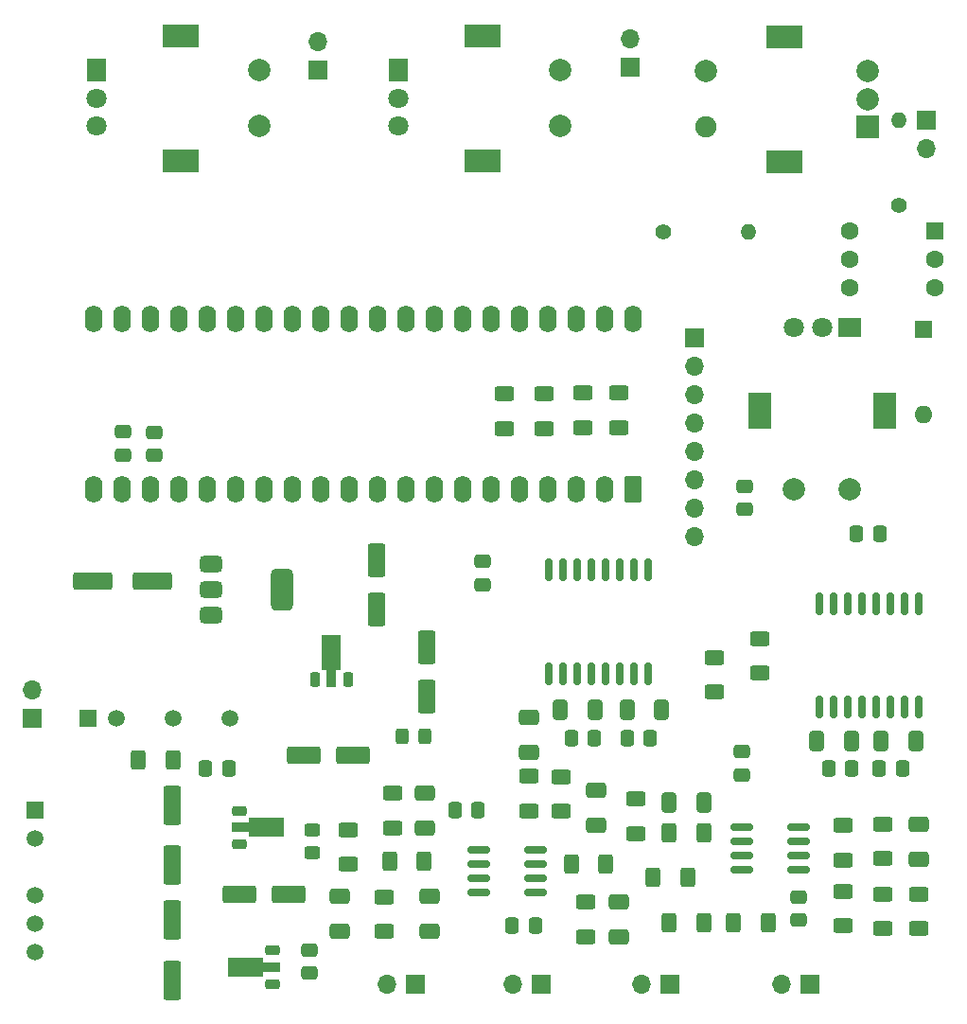
<source format=gbr>
%TF.GenerationSoftware,KiCad,Pcbnew,9.0.1*%
%TF.CreationDate,2025-05-23T09:46:46+02:00*%
%TF.ProjectId,PENDAII-Hardware,50454e44-4149-4492-9d48-617264776172,rev?*%
%TF.SameCoordinates,Original*%
%TF.FileFunction,Soldermask,Bot*%
%TF.FilePolarity,Negative*%
%FSLAX46Y46*%
G04 Gerber Fmt 4.6, Leading zero omitted, Abs format (unit mm)*
G04 Created by KiCad (PCBNEW 9.0.1) date 2025-05-23 09:46:46*
%MOMM*%
%LPD*%
G01*
G04 APERTURE LIST*
G04 Aperture macros list*
%AMRoundRect*
0 Rectangle with rounded corners*
0 $1 Rounding radius*
0 $2 $3 $4 $5 $6 $7 $8 $9 X,Y pos of 4 corners*
0 Add a 4 corners polygon primitive as box body*
4,1,4,$2,$3,$4,$5,$6,$7,$8,$9,$2,$3,0*
0 Add four circle primitives for the rounded corners*
1,1,$1+$1,$2,$3*
1,1,$1+$1,$4,$5*
1,1,$1+$1,$6,$7*
1,1,$1+$1,$8,$9*
0 Add four rect primitives between the rounded corners*
20,1,$1+$1,$2,$3,$4,$5,0*
20,1,$1+$1,$4,$5,$6,$7,0*
20,1,$1+$1,$6,$7,$8,$9,0*
20,1,$1+$1,$8,$9,$2,$3,0*%
%AMFreePoly0*
4,1,9,3.862500,-0.866500,0.737500,-0.866500,0.737500,-0.450000,-0.737500,-0.450000,-0.737500,0.450000,0.737500,0.450000,0.737500,0.866500,3.862500,0.866500,3.862500,-0.866500,3.862500,-0.866500,$1*%
G04 Aperture macros list end*
%ADD10R,2.000000X2.000000*%
%ADD11C,2.000000*%
%ADD12R,3.200000X2.000000*%
%ADD13C,1.900000*%
%ADD14C,1.400000*%
%ADD15O,1.400000X1.400000*%
%ADD16R,1.700000X1.700000*%
%ADD17O,1.700000X1.700000*%
%ADD18R,1.800000X2.000000*%
%ADD19C,1.800000*%
%ADD20R,2.000000X1.800000*%
%ADD21R,2.000000X3.200000*%
%ADD22RoundRect,0.225000X0.425000X0.225000X-0.425000X0.225000X-0.425000X-0.225000X0.425000X-0.225000X0*%
%ADD23FreePoly0,180.000000*%
%ADD24RoundRect,0.225000X-0.425000X-0.225000X0.425000X-0.225000X0.425000X0.225000X-0.425000X0.225000X0*%
%ADD25FreePoly0,0.000000*%
%ADD26RoundRect,0.375000X-0.625000X-0.375000X0.625000X-0.375000X0.625000X0.375000X-0.625000X0.375000X0*%
%ADD27RoundRect,0.500000X-0.500000X-1.400000X0.500000X-1.400000X0.500000X1.400000X-0.500000X1.400000X0*%
%ADD28RoundRect,0.250000X0.625000X-0.400000X0.625000X0.400000X-0.625000X0.400000X-0.625000X-0.400000X0*%
%ADD29RoundRect,0.250000X1.250000X0.550000X-1.250000X0.550000X-1.250000X-0.550000X1.250000X-0.550000X0*%
%ADD30RoundRect,0.250000X0.400000X0.625000X-0.400000X0.625000X-0.400000X-0.625000X0.400000X-0.625000X0*%
%ADD31RoundRect,0.250000X-0.625000X0.400000X-0.625000X-0.400000X0.625000X-0.400000X0.625000X0.400000X0*%
%ADD32RoundRect,0.250000X0.475000X-0.337500X0.475000X0.337500X-0.475000X0.337500X-0.475000X-0.337500X0*%
%ADD33RoundRect,0.250000X-0.400000X-0.625000X0.400000X-0.625000X0.400000X0.625000X-0.400000X0.625000X0*%
%ADD34RoundRect,0.250000X-0.337500X-0.475000X0.337500X-0.475000X0.337500X0.475000X-0.337500X0.475000X0*%
%ADD35RoundRect,0.250000X-0.650000X0.412500X-0.650000X-0.412500X0.650000X-0.412500X0.650000X0.412500X0*%
%ADD36RoundRect,0.250000X-0.412500X-0.650000X0.412500X-0.650000X0.412500X0.650000X-0.412500X0.650000X0*%
%ADD37RoundRect,0.250000X0.650000X-0.412500X0.650000X0.412500X-0.650000X0.412500X-0.650000X-0.412500X0*%
%ADD38RoundRect,0.225000X0.225000X-0.425000X0.225000X0.425000X-0.225000X0.425000X-0.225000X-0.425000X0*%
%ADD39FreePoly0,90.000000*%
%ADD40RoundRect,0.250000X0.412500X0.650000X-0.412500X0.650000X-0.412500X-0.650000X0.412500X-0.650000X0*%
%ADD41RoundRect,0.250000X0.550000X-0.950000X0.550000X0.950000X-0.550000X0.950000X-0.550000X-0.950000X0*%
%ADD42O,1.600000X2.400000*%
%ADD43RoundRect,0.250000X0.550000X-1.500000X0.550000X1.500000X-0.550000X1.500000X-0.550000X-1.500000X0*%
%ADD44RoundRect,0.250000X-0.325000X-0.450000X0.325000X-0.450000X0.325000X0.450000X-0.325000X0.450000X0*%
%ADD45RoundRect,0.250000X-0.550000X1.250000X-0.550000X-1.250000X0.550000X-1.250000X0.550000X1.250000X0*%
%ADD46R,1.600000X1.600000*%
%ADD47O,1.600000X1.600000*%
%ADD48RoundRect,0.250000X0.337500X0.475000X-0.337500X0.475000X-0.337500X-0.475000X0.337500X-0.475000X0*%
%ADD49R,1.500000X1.500000*%
%ADD50C,1.500000*%
%ADD51RoundRect,0.162500X0.825000X0.162500X-0.825000X0.162500X-0.825000X-0.162500X0.825000X-0.162500X0*%
%ADD52RoundRect,0.162500X-0.825000X-0.162500X0.825000X-0.162500X0.825000X0.162500X-0.825000X0.162500X0*%
%ADD53RoundRect,0.250000X-0.475000X0.337500X-0.475000X-0.337500X0.475000X-0.337500X0.475000X0.337500X0*%
%ADD54RoundRect,0.150000X-0.150000X0.875000X-0.150000X-0.875000X0.150000X-0.875000X0.150000X0.875000X0*%
%ADD55RoundRect,0.250000X1.500000X0.550000X-1.500000X0.550000X-1.500000X-0.550000X1.500000X-0.550000X0*%
%ADD56RoundRect,0.250000X0.550000X0.550000X-0.550000X0.550000X-0.550000X-0.550000X0.550000X-0.550000X0*%
%ADD57C,1.600000*%
%ADD58RoundRect,0.250000X0.550000X-1.250000X0.550000X1.250000X-0.550000X1.250000X-0.550000X-1.250000X0*%
%ADD59RoundRect,0.250000X0.450000X-0.325000X0.450000X0.325000X-0.450000X0.325000X-0.450000X-0.325000X0*%
G04 APERTURE END LIST*
D10*
%TO.C,SW3*%
X116500000Y-45100000D03*
D11*
X116500000Y-40100000D03*
X116500000Y-42600000D03*
D12*
X109000000Y-48200000D03*
X109000000Y-37000000D03*
D11*
X102000000Y-40100000D03*
D13*
X102000000Y-45100000D03*
%TD*%
D14*
%TO.C,R26*%
X119250000Y-52060000D03*
D15*
X119250000Y-44440000D03*
%TD*%
D16*
%TO.C,U6*%
X100975000Y-63960000D03*
D17*
X100975000Y-66500000D03*
X100975000Y-69040000D03*
X100975000Y-71580000D03*
X100975000Y-74120000D03*
X100975000Y-76660000D03*
X100975000Y-79200000D03*
X100975000Y-81740000D03*
%TD*%
D18*
%TO.C,SW2*%
X74500000Y-40000000D03*
D19*
X74500000Y-45000000D03*
X74500000Y-42500000D03*
D12*
X82000000Y-36900000D03*
X82000000Y-48100000D03*
D11*
X89000000Y-45000000D03*
X89000000Y-40000000D03*
%TD*%
D18*
%TO.C,SW4*%
X47500000Y-40000000D03*
D19*
X47500000Y-45000000D03*
X47500000Y-42500000D03*
D12*
X55000000Y-36900000D03*
X55000000Y-48100000D03*
D11*
X62000000Y-45000000D03*
X62000000Y-40000000D03*
%TD*%
D20*
%TO.C,SW1*%
X114900000Y-63000000D03*
D19*
X109900000Y-63000000D03*
X112400000Y-63000000D03*
D21*
X118000000Y-70500000D03*
X106800000Y-70500000D03*
D11*
X109900000Y-77500000D03*
X114900000Y-77500000D03*
%TD*%
D22*
%TO.C,U9*%
X63200000Y-118750000D03*
D23*
X63112500Y-120250000D03*
D22*
X63200000Y-121750000D03*
%TD*%
D24*
%TO.C,U10*%
X60250000Y-109250000D03*
D25*
X60337500Y-107750000D03*
D24*
X60250000Y-106250000D03*
%TD*%
D26*
%TO.C,U11*%
X57750000Y-88750000D03*
X57750000Y-86450000D03*
D27*
X64050000Y-86450000D03*
D26*
X57750000Y-84150000D03*
%TD*%
D28*
%TO.C,R20*%
X102750000Y-95650000D03*
X102750000Y-92550000D03*
%TD*%
D29*
%TO.C,C17*%
X64700000Y-113750000D03*
X60300000Y-113750000D03*
%TD*%
D30*
%TO.C,R17*%
X101800000Y-108250000D03*
X98700000Y-108250000D03*
%TD*%
D31*
%TO.C,R11*%
X114300000Y-113450000D03*
X114300000Y-116550000D03*
%TD*%
%TO.C,R10*%
X114300000Y-107550000D03*
X114300000Y-110650000D03*
%TD*%
D32*
%TO.C,C12*%
X82000000Y-86037500D03*
X82000000Y-83962500D03*
%TD*%
%TO.C,C24*%
X110325000Y-116037500D03*
X110325000Y-113962500D03*
%TD*%
D33*
%TO.C,R18*%
X104450000Y-116250000D03*
X107550000Y-116250000D03*
%TD*%
D31*
%TO.C,R23*%
X87500000Y-68950000D03*
X87500000Y-72050000D03*
%TD*%
%TO.C,R21*%
X94250000Y-68900000D03*
X94250000Y-72000000D03*
%TD*%
D34*
%TO.C,C15*%
X94962500Y-99750000D03*
X97037500Y-99750000D03*
%TD*%
D35*
%TO.C,C5*%
X86150000Y-97937500D03*
X86150000Y-101062500D03*
%TD*%
D36*
%TO.C,C30*%
X117687500Y-100000000D03*
X120812500Y-100000000D03*
%TD*%
D37*
%TO.C,C6*%
X92200000Y-107562500D03*
X92200000Y-104437500D03*
%TD*%
D38*
%TO.C,U8*%
X70000000Y-94500000D03*
D39*
X68500000Y-94412500D03*
D38*
X67000000Y-94500000D03*
%TD*%
D28*
%TO.C,R13*%
X121075000Y-116800000D03*
X121075000Y-113700000D03*
%TD*%
D37*
%TO.C,C7*%
X121075000Y-110562500D03*
X121075000Y-107437500D03*
%TD*%
D16*
%TO.C,J8*%
X41750000Y-98000000D03*
D17*
X41750000Y-95460000D03*
%TD*%
D33*
%TO.C,R5*%
X89950000Y-111000000D03*
X93050000Y-111000000D03*
%TD*%
D40*
%TO.C,C29*%
X115062500Y-100000000D03*
X111937500Y-100000000D03*
%TD*%
D14*
%TO.C,R25*%
X98190000Y-54500000D03*
D15*
X105810000Y-54500000D03*
%TD*%
D41*
%TO.C,U3*%
X95510000Y-77500000D03*
D42*
X92970000Y-77500000D03*
X90430000Y-77500000D03*
X87890000Y-77500000D03*
X85350000Y-77500000D03*
X82810000Y-77500000D03*
X80270000Y-77500000D03*
X77730000Y-77500000D03*
X75190000Y-77500000D03*
X72650000Y-77500000D03*
X70110000Y-77500000D03*
X67570000Y-77500000D03*
X65030000Y-77500000D03*
X62490000Y-77500000D03*
X59950000Y-77500000D03*
X57410000Y-77500000D03*
X54870000Y-77500000D03*
X52330000Y-77500000D03*
X49790000Y-77500000D03*
X47250000Y-77500000D03*
X47250000Y-62260000D03*
X49790000Y-62260000D03*
X52330000Y-62260000D03*
X54870000Y-62260000D03*
X57410000Y-62260000D03*
X59950000Y-62260000D03*
X62490000Y-62260000D03*
X65030000Y-62260000D03*
X67570000Y-62260000D03*
X70110000Y-62260000D03*
X72650000Y-62260000D03*
X75190000Y-62260000D03*
X77730000Y-62260000D03*
X80270000Y-62260000D03*
X82810000Y-62260000D03*
X85350000Y-62260000D03*
X87890000Y-62260000D03*
X90430000Y-62260000D03*
X92970000Y-62260000D03*
X95510000Y-62260000D03*
%TD*%
D31*
%TO.C,R8*%
X89050000Y-103200000D03*
X89050000Y-106300000D03*
%TD*%
D35*
%TO.C,C4*%
X94250000Y-114437500D03*
X94250000Y-117562500D03*
%TD*%
D31*
%TO.C,R22*%
X91000000Y-68900000D03*
X91000000Y-72000000D03*
%TD*%
D43*
%TO.C,C19*%
X54250000Y-111150000D03*
X54250000Y-105750000D03*
%TD*%
D16*
%TO.C,J2*%
X87290000Y-121750000D03*
D17*
X84750000Y-121750000D03*
%TD*%
D31*
%TO.C,R12*%
X117825000Y-107450000D03*
X117825000Y-110550000D03*
%TD*%
%TO.C,R19*%
X106800000Y-90850000D03*
X106800000Y-93950000D03*
%TD*%
D44*
%TO.C,FB4*%
X74825000Y-99600000D03*
X76875000Y-99600000D03*
%TD*%
D29*
%TO.C,C20*%
X70450000Y-101250000D03*
X66050000Y-101250000D03*
%TD*%
D45*
%TO.C,C26*%
X72500000Y-83850000D03*
X72500000Y-88250000D03*
%TD*%
D46*
%TO.C,D1*%
X121500000Y-63190000D03*
D47*
X121500000Y-70810000D03*
%TD*%
D16*
%TO.C,J6*%
X95250000Y-39775000D03*
D17*
X95250000Y-37235000D03*
%TD*%
D30*
%TO.C,R4*%
X76800000Y-110750000D03*
X73700000Y-110750000D03*
%TD*%
D37*
%TO.C,C1*%
X69250000Y-117062500D03*
X69250000Y-113937500D03*
%TD*%
D28*
%TO.C,R3*%
X74000000Y-107800000D03*
X74000000Y-104700000D03*
%TD*%
D48*
%TO.C,C10*%
X115075000Y-102500000D03*
X113000000Y-102500000D03*
%TD*%
D36*
%TO.C,C8*%
X98687500Y-105500000D03*
X101812500Y-105500000D03*
%TD*%
D49*
%TO.C,PS2*%
X46710000Y-98000000D03*
D50*
X49250000Y-98000000D03*
X54330000Y-98000000D03*
X59410000Y-98000000D03*
%TD*%
D51*
%TO.C,U5*%
X110325000Y-107690000D03*
X110325000Y-108960000D03*
X110325000Y-110230000D03*
X110325000Y-111500000D03*
X105250000Y-111500000D03*
X105250000Y-110230000D03*
X105250000Y-108960000D03*
X105250000Y-107690000D03*
%TD*%
D32*
%TO.C,C27*%
X105500000Y-79287500D03*
X105500000Y-77212500D03*
%TD*%
%TO.C,C33*%
X49850000Y-74437500D03*
X49850000Y-72362500D03*
%TD*%
D52*
%TO.C,U1*%
X81675000Y-113560000D03*
X81675000Y-112290000D03*
X81675000Y-111020000D03*
X81675000Y-109750000D03*
X86750000Y-109750000D03*
X86750000Y-111020000D03*
X86750000Y-112290000D03*
X86750000Y-113560000D03*
%TD*%
D32*
%TO.C,C34*%
X52650000Y-74487500D03*
X52650000Y-72412500D03*
%TD*%
D28*
%TO.C,R7*%
X91250000Y-117550000D03*
X91250000Y-114450000D03*
%TD*%
D33*
%TO.C,R9*%
X98700000Y-116250000D03*
X101800000Y-116250000D03*
%TD*%
D53*
%TO.C,C18*%
X66500000Y-118712500D03*
X66500000Y-120787500D03*
%TD*%
D34*
%TO.C,C11*%
X117500000Y-102500000D03*
X119575000Y-102500000D03*
%TD*%
D35*
%TO.C,C2*%
X76850000Y-104687500D03*
X76850000Y-107812500D03*
%TD*%
D31*
%TO.C,R24*%
X84000000Y-68950000D03*
X84000000Y-72050000D03*
%TD*%
%TO.C,R14*%
X117825000Y-113700000D03*
X117825000Y-116800000D03*
%TD*%
D16*
%TO.C,J3*%
X111275000Y-121750000D03*
D17*
X108735000Y-121750000D03*
%TD*%
D54*
%TO.C,U4*%
X112170000Y-87700000D03*
X113440000Y-87700000D03*
X114710000Y-87700000D03*
X115980000Y-87700000D03*
X117250000Y-87700000D03*
X118520000Y-87700000D03*
X119790000Y-87700000D03*
X121060000Y-87700000D03*
X121060000Y-97000000D03*
X119790000Y-97000000D03*
X118520000Y-97000000D03*
X117250000Y-97000000D03*
X115980000Y-97000000D03*
X114710000Y-97000000D03*
X113440000Y-97000000D03*
X112170000Y-97000000D03*
%TD*%
D40*
%TO.C,C31*%
X92062500Y-97250000D03*
X88937500Y-97250000D03*
%TD*%
D36*
%TO.C,C32*%
X94937500Y-97250000D03*
X98062500Y-97250000D03*
%TD*%
D32*
%TO.C,C22*%
X105250000Y-103037500D03*
X105250000Y-100962500D03*
%TD*%
D35*
%TO.C,C3*%
X77250000Y-113937500D03*
X77250000Y-117062500D03*
%TD*%
D30*
%TO.C,R15*%
X100350000Y-112250000D03*
X97250000Y-112250000D03*
%TD*%
D55*
%TO.C,C28*%
X52500000Y-85750000D03*
X47100000Y-85750000D03*
%TD*%
D56*
%TO.C,U7*%
X122500000Y-54420000D03*
D57*
X122500000Y-56960000D03*
X122500000Y-59500000D03*
X114880000Y-59500000D03*
X114880000Y-56960000D03*
X114880000Y-54420000D03*
%TD*%
D16*
%TO.C,J1*%
X76025000Y-121750000D03*
D17*
X73485000Y-121750000D03*
%TD*%
D31*
%TO.C,R1*%
X70000000Y-107950000D03*
X70000000Y-111050000D03*
%TD*%
D33*
%TO.C,R27*%
X51200000Y-101750000D03*
X54300000Y-101750000D03*
%TD*%
D28*
%TO.C,R2*%
X73250000Y-117050000D03*
X73250000Y-113950000D03*
%TD*%
D48*
%TO.C,C25*%
X81637500Y-106200000D03*
X79562500Y-106200000D03*
%TD*%
D31*
%TO.C,R16*%
X95750000Y-105200000D03*
X95750000Y-108300000D03*
%TD*%
D34*
%TO.C,C21*%
X57212500Y-102500000D03*
X59287500Y-102500000D03*
%TD*%
D54*
%TO.C,U2*%
X87920000Y-84700000D03*
X89190000Y-84700000D03*
X90460000Y-84700000D03*
X91730000Y-84700000D03*
X93000000Y-84700000D03*
X94270000Y-84700000D03*
X95540000Y-84700000D03*
X96810000Y-84700000D03*
X96810000Y-94000000D03*
X95540000Y-94000000D03*
X94270000Y-94000000D03*
X93000000Y-94000000D03*
X91730000Y-94000000D03*
X90460000Y-94000000D03*
X89190000Y-94000000D03*
X87920000Y-94000000D03*
%TD*%
D58*
%TO.C,C13*%
X77000000Y-96000000D03*
X77000000Y-91600000D03*
%TD*%
D31*
%TO.C,R6*%
X86150000Y-103150000D03*
X86150000Y-106250000D03*
%TD*%
D48*
%TO.C,C14*%
X92037500Y-99750000D03*
X89962500Y-99750000D03*
%TD*%
D16*
%TO.C,J7*%
X121750000Y-44475000D03*
D17*
X121750000Y-47015000D03*
%TD*%
D49*
%TO.C,PS1*%
X41987500Y-106187500D03*
D50*
X41987500Y-108727500D03*
X41987500Y-113807500D03*
X41987500Y-116347500D03*
X41987500Y-118887500D03*
%TD*%
D59*
%TO.C,FB3*%
X66750000Y-110000000D03*
X66750000Y-107950000D03*
%TD*%
D16*
%TO.C,J4*%
X98775000Y-121750000D03*
D17*
X96235000Y-121750000D03*
%TD*%
D48*
%TO.C,C23*%
X86750000Y-116500000D03*
X84675000Y-116500000D03*
%TD*%
D34*
%TO.C,C9*%
X115462500Y-81500000D03*
X117537500Y-81500000D03*
%TD*%
D43*
%TO.C,C16*%
X54250000Y-121400000D03*
X54250000Y-116000000D03*
%TD*%
D16*
%TO.C,J5*%
X67250000Y-40025000D03*
D17*
X67250000Y-37485000D03*
%TD*%
M02*

</source>
